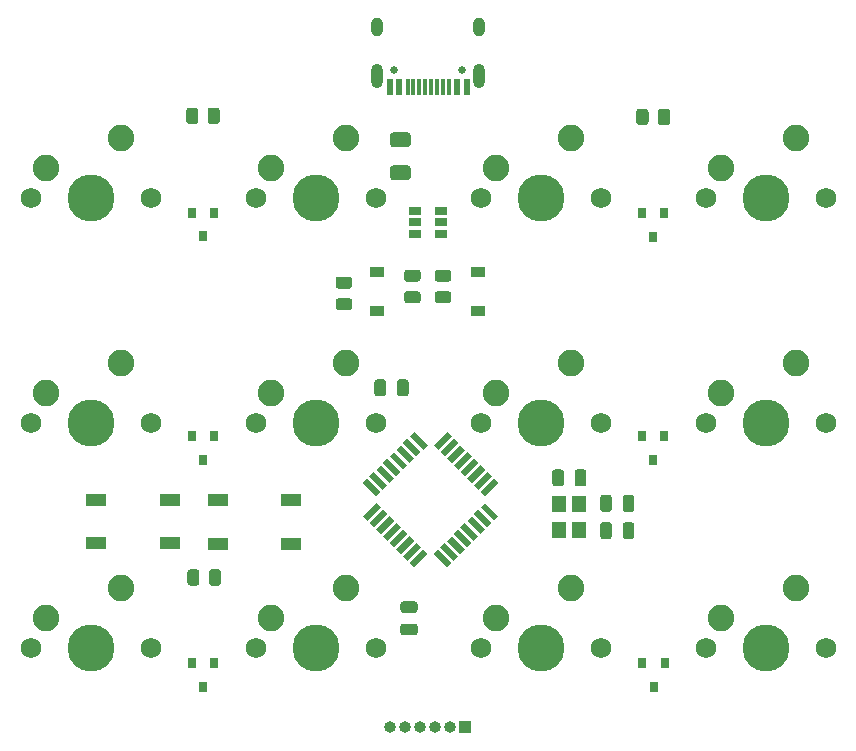
<source format=gbr>
%TF.GenerationSoftware,KiCad,Pcbnew,(5.1.9)-1*%
%TF.CreationDate,2021-01-04T19:24:50+01:00*%
%TF.ProjectId,pcb,7063622e-6b69-4636-9164-5f7063625858,rev?*%
%TF.SameCoordinates,Original*%
%TF.FileFunction,Soldermask,Bot*%
%TF.FilePolarity,Negative*%
%FSLAX46Y46*%
G04 Gerber Fmt 4.6, Leading zero omitted, Abs format (unit mm)*
G04 Created by KiCad (PCBNEW (5.1.9)-1) date 2021-01-04 19:24:50*
%MOMM*%
%LPD*%
G01*
G04 APERTURE LIST*
%ADD10C,2.250000*%
%ADD11C,3.987800*%
%ADD12C,1.750000*%
%ADD13R,0.800000X0.900000*%
%ADD14R,1.200000X1.400000*%
%ADD15R,0.600000X1.450000*%
%ADD16R,0.300000X1.450000*%
%ADD17O,1.000000X2.100000*%
%ADD18C,0.650000*%
%ADD19O,1.000000X1.600000*%
%ADD20R,1.060000X0.650000*%
%ADD21C,0.100000*%
%ADD22R,1.800000X1.100000*%
%ADD23O,1.000000X1.000000*%
%ADD24R,1.000000X1.000000*%
%ADD25R,1.200000X0.900000*%
G04 APERTURE END LIST*
D10*
%TO.C,MX6*%
X118389400Y-68529200D03*
D11*
X115849400Y-73609200D03*
D10*
X112039400Y-71069200D03*
D12*
X110769400Y-73609200D03*
X120929400Y-73609200D03*
%TD*%
D13*
%TO.C,D12*%
X144449800Y-95945200D03*
X145399800Y-93945200D03*
X143499800Y-93945200D03*
%TD*%
%TO.C,D10*%
X106324400Y-95919800D03*
X107274400Y-93919800D03*
X105374400Y-93919800D03*
%TD*%
%TO.C,D8*%
X144424400Y-76717400D03*
X145374400Y-74717400D03*
X143474400Y-74717400D03*
%TD*%
%TO.C,D6*%
X106299000Y-76717400D03*
X107249000Y-74717400D03*
X105349000Y-74717400D03*
%TD*%
%TO.C,D4*%
X144424400Y-57845200D03*
X145374400Y-55845200D03*
X143474400Y-55845200D03*
%TD*%
%TO.C,D2*%
X106324400Y-57794400D03*
X107274400Y-55794400D03*
X105374400Y-55794400D03*
%TD*%
D10*
%TO.C,MX12*%
X156489400Y-87579200D03*
D11*
X153949400Y-92659200D03*
D10*
X150139400Y-90119200D03*
D12*
X148869400Y-92659200D03*
X159029400Y-92659200D03*
%TD*%
D10*
%TO.C,MX11*%
X137439400Y-87579200D03*
D11*
X134899400Y-92659200D03*
D10*
X131089400Y-90119200D03*
D12*
X129819400Y-92659200D03*
X139979400Y-92659200D03*
%TD*%
D10*
%TO.C,MX10*%
X118389400Y-87579200D03*
D11*
X115849400Y-92659200D03*
D10*
X112039400Y-90119200D03*
D12*
X110769400Y-92659200D03*
X120929400Y-92659200D03*
%TD*%
D10*
%TO.C,MX9*%
X99339400Y-87579200D03*
D11*
X96799400Y-92659200D03*
D10*
X92989400Y-90119200D03*
D12*
X91719400Y-92659200D03*
X101879400Y-92659200D03*
%TD*%
D10*
%TO.C,MX5*%
X99339400Y-68529200D03*
D11*
X96799400Y-73609200D03*
D10*
X92989400Y-71069200D03*
D12*
X91719400Y-73609200D03*
X101879400Y-73609200D03*
%TD*%
D14*
%TO.C,XTAL1*%
X138162400Y-82634000D03*
X138162400Y-80434000D03*
X136462400Y-80434000D03*
X136462400Y-82634000D03*
%TD*%
D15*
%TO.C,USB1*%
X128624400Y-45167600D03*
X127824400Y-45167600D03*
X122924400Y-45167600D03*
X122124400Y-45167600D03*
X122124400Y-45167600D03*
X122924400Y-45167600D03*
X127824400Y-45167600D03*
X128624400Y-45167600D03*
D16*
X123624400Y-45167600D03*
X124124400Y-45167600D03*
X124624400Y-45167600D03*
X125624400Y-45167600D03*
X126124400Y-45167600D03*
X126624400Y-45167600D03*
X127124400Y-45167600D03*
X125124400Y-45167600D03*
D17*
X129694400Y-44252600D03*
X121054400Y-44252600D03*
D18*
X122484400Y-43722600D03*
D19*
X121054400Y-40072600D03*
D18*
X128264400Y-43722600D03*
D19*
X129694400Y-40072600D03*
%TD*%
D20*
%TO.C,U2*%
X124274400Y-56616600D03*
X124274400Y-55666600D03*
X124274400Y-57566600D03*
X126474400Y-57566600D03*
X126474400Y-56616600D03*
X126474400Y-55666600D03*
%TD*%
D21*
%TO.C,U1*%
G36*
X125312435Y-75472328D02*
G01*
X124923526Y-75861237D01*
X123792155Y-74729866D01*
X124181064Y-74340957D01*
X125312435Y-75472328D01*
G37*
G36*
X124746750Y-76038014D02*
G01*
X124357841Y-76426923D01*
X123226470Y-75295552D01*
X123615379Y-74906643D01*
X124746750Y-76038014D01*
G37*
G36*
X124181064Y-76603699D02*
G01*
X123792155Y-76992608D01*
X122660784Y-75861237D01*
X123049693Y-75472328D01*
X124181064Y-76603699D01*
G37*
G36*
X123615379Y-77169384D02*
G01*
X123226470Y-77558293D01*
X122095099Y-76426922D01*
X122484008Y-76038013D01*
X123615379Y-77169384D01*
G37*
G36*
X123049693Y-77735070D02*
G01*
X122660784Y-78123979D01*
X121529413Y-76992608D01*
X121918322Y-76603699D01*
X123049693Y-77735070D01*
G37*
G36*
X122484008Y-78300755D02*
G01*
X122095099Y-78689664D01*
X120963728Y-77558293D01*
X121352637Y-77169384D01*
X122484008Y-78300755D01*
G37*
G36*
X121918323Y-78866441D02*
G01*
X121529414Y-79255350D01*
X120398043Y-78123979D01*
X120786952Y-77735070D01*
X121918323Y-78866441D01*
G37*
G36*
X121352637Y-79432126D02*
G01*
X120963728Y-79821035D01*
X119832357Y-78689664D01*
X120221266Y-78300755D01*
X121352637Y-79432126D01*
G37*
G36*
X120963728Y-80351365D02*
G01*
X121352637Y-80740274D01*
X120221266Y-81871645D01*
X119832357Y-81482736D01*
X120963728Y-80351365D01*
G37*
G36*
X121529414Y-80917050D02*
G01*
X121918323Y-81305959D01*
X120786952Y-82437330D01*
X120398043Y-82048421D01*
X121529414Y-80917050D01*
G37*
G36*
X122095099Y-81482736D02*
G01*
X122484008Y-81871645D01*
X121352637Y-83003016D01*
X120963728Y-82614107D01*
X122095099Y-81482736D01*
G37*
G36*
X122660784Y-82048421D02*
G01*
X123049693Y-82437330D01*
X121918322Y-83568701D01*
X121529413Y-83179792D01*
X122660784Y-82048421D01*
G37*
G36*
X123226470Y-82614107D02*
G01*
X123615379Y-83003016D01*
X122484008Y-84134387D01*
X122095099Y-83745478D01*
X123226470Y-82614107D01*
G37*
G36*
X123792155Y-83179792D02*
G01*
X124181064Y-83568701D01*
X123049693Y-84700072D01*
X122660784Y-84311163D01*
X123792155Y-83179792D01*
G37*
G36*
X124357841Y-83745477D02*
G01*
X124746750Y-84134386D01*
X123615379Y-85265757D01*
X123226470Y-84876848D01*
X124357841Y-83745477D01*
G37*
G36*
X124923526Y-84311163D02*
G01*
X125312435Y-84700072D01*
X124181064Y-85831443D01*
X123792155Y-85442534D01*
X124923526Y-84311163D01*
G37*
G36*
X127363045Y-85442534D02*
G01*
X126974136Y-85831443D01*
X125842765Y-84700072D01*
X126231674Y-84311163D01*
X127363045Y-85442534D01*
G37*
G36*
X127928730Y-84876848D02*
G01*
X127539821Y-85265757D01*
X126408450Y-84134386D01*
X126797359Y-83745477D01*
X127928730Y-84876848D01*
G37*
G36*
X128494416Y-84311163D02*
G01*
X128105507Y-84700072D01*
X126974136Y-83568701D01*
X127363045Y-83179792D01*
X128494416Y-84311163D01*
G37*
G36*
X129060101Y-83745478D02*
G01*
X128671192Y-84134387D01*
X127539821Y-83003016D01*
X127928730Y-82614107D01*
X129060101Y-83745478D01*
G37*
G36*
X129625787Y-83179792D02*
G01*
X129236878Y-83568701D01*
X128105507Y-82437330D01*
X128494416Y-82048421D01*
X129625787Y-83179792D01*
G37*
G36*
X130191472Y-82614107D02*
G01*
X129802563Y-83003016D01*
X128671192Y-81871645D01*
X129060101Y-81482736D01*
X130191472Y-82614107D01*
G37*
G36*
X130757157Y-82048421D02*
G01*
X130368248Y-82437330D01*
X129236877Y-81305959D01*
X129625786Y-80917050D01*
X130757157Y-82048421D01*
G37*
G36*
X131322843Y-81482736D02*
G01*
X130933934Y-81871645D01*
X129802563Y-80740274D01*
X130191472Y-80351365D01*
X131322843Y-81482736D01*
G37*
G36*
X130933934Y-78300755D02*
G01*
X131322843Y-78689664D01*
X130191472Y-79821035D01*
X129802563Y-79432126D01*
X130933934Y-78300755D01*
G37*
G36*
X130368248Y-77735070D02*
G01*
X130757157Y-78123979D01*
X129625786Y-79255350D01*
X129236877Y-78866441D01*
X130368248Y-77735070D01*
G37*
G36*
X129802563Y-77169384D02*
G01*
X130191472Y-77558293D01*
X129060101Y-78689664D01*
X128671192Y-78300755D01*
X129802563Y-77169384D01*
G37*
G36*
X129236878Y-76603699D02*
G01*
X129625787Y-76992608D01*
X128494416Y-78123979D01*
X128105507Y-77735070D01*
X129236878Y-76603699D01*
G37*
G36*
X128671192Y-76038013D02*
G01*
X129060101Y-76426922D01*
X127928730Y-77558293D01*
X127539821Y-77169384D01*
X128671192Y-76038013D01*
G37*
G36*
X128105507Y-75472328D02*
G01*
X128494416Y-75861237D01*
X127363045Y-76992608D01*
X126974136Y-76603699D01*
X128105507Y-75472328D01*
G37*
G36*
X127539821Y-74906643D02*
G01*
X127928730Y-75295552D01*
X126797359Y-76426923D01*
X126408450Y-76038014D01*
X127539821Y-74906643D01*
G37*
G36*
X126974136Y-74340957D02*
G01*
X127363045Y-74729866D01*
X126231674Y-75861237D01*
X125842765Y-75472328D01*
X126974136Y-74340957D01*
G37*
%TD*%
D22*
%TO.C,RESET1*%
X107593200Y-80141200D03*
X113793200Y-83841200D03*
X107593200Y-83841200D03*
X113793200Y-80141200D03*
%TD*%
%TO.C,R9*%
G36*
G01*
X117786999Y-63036400D02*
X118687001Y-63036400D01*
G75*
G02*
X118937000Y-63286399I0J-249999D01*
G01*
X118937000Y-63811401D01*
G75*
G02*
X118687001Y-64061400I-249999J0D01*
G01*
X117786999Y-64061400D01*
G75*
G02*
X117537000Y-63811401I0J249999D01*
G01*
X117537000Y-63286399D01*
G75*
G02*
X117786999Y-63036400I249999J0D01*
G01*
G37*
G36*
G01*
X117786999Y-61211400D02*
X118687001Y-61211400D01*
G75*
G02*
X118937000Y-61461399I0J-249999D01*
G01*
X118937000Y-61986401D01*
G75*
G02*
X118687001Y-62236400I-249999J0D01*
G01*
X117786999Y-62236400D01*
G75*
G02*
X117537000Y-61986401I0J249999D01*
G01*
X117537000Y-61461399D01*
G75*
G02*
X117786999Y-61211400I249999J0D01*
G01*
G37*
%TD*%
%TO.C,R8*%
G36*
G01*
X127069001Y-61652200D02*
X126168999Y-61652200D01*
G75*
G02*
X125919000Y-61402201I0J249999D01*
G01*
X125919000Y-60877199D01*
G75*
G02*
X126168999Y-60627200I249999J0D01*
G01*
X127069001Y-60627200D01*
G75*
G02*
X127319000Y-60877199I0J-249999D01*
G01*
X127319000Y-61402201D01*
G75*
G02*
X127069001Y-61652200I-249999J0D01*
G01*
G37*
G36*
G01*
X127069001Y-63477200D02*
X126168999Y-63477200D01*
G75*
G02*
X125919000Y-63227201I0J249999D01*
G01*
X125919000Y-62702199D01*
G75*
G02*
X126168999Y-62452200I249999J0D01*
G01*
X127069001Y-62452200D01*
G75*
G02*
X127319000Y-62702199I0J-249999D01*
G01*
X127319000Y-63227201D01*
G75*
G02*
X127069001Y-63477200I-249999J0D01*
G01*
G37*
%TD*%
%TO.C,R7*%
G36*
G01*
X124478201Y-61652200D02*
X123578199Y-61652200D01*
G75*
G02*
X123328200Y-61402201I0J249999D01*
G01*
X123328200Y-60877199D01*
G75*
G02*
X123578199Y-60627200I249999J0D01*
G01*
X124478201Y-60627200D01*
G75*
G02*
X124728200Y-60877199I0J-249999D01*
G01*
X124728200Y-61402201D01*
G75*
G02*
X124478201Y-61652200I-249999J0D01*
G01*
G37*
G36*
G01*
X124478201Y-63477200D02*
X123578199Y-63477200D01*
G75*
G02*
X123328200Y-63227201I0J249999D01*
G01*
X123328200Y-62702199D01*
G75*
G02*
X123578199Y-62452200I249999J0D01*
G01*
X124478201Y-62452200D01*
G75*
G02*
X124728200Y-62702199I0J-249999D01*
G01*
X124728200Y-63227201D01*
G75*
G02*
X124478201Y-63477200I-249999J0D01*
G01*
G37*
%TD*%
%TO.C,R6*%
G36*
G01*
X144024400Y-47251199D02*
X144024400Y-48151201D01*
G75*
G02*
X143774401Y-48401200I-249999J0D01*
G01*
X143249399Y-48401200D01*
G75*
G02*
X142999400Y-48151201I0J249999D01*
G01*
X142999400Y-47251199D01*
G75*
G02*
X143249399Y-47001200I249999J0D01*
G01*
X143774401Y-47001200D01*
G75*
G02*
X144024400Y-47251199I0J-249999D01*
G01*
G37*
G36*
G01*
X145849400Y-47251199D02*
X145849400Y-48151201D01*
G75*
G02*
X145599401Y-48401200I-249999J0D01*
G01*
X145074399Y-48401200D01*
G75*
G02*
X144824400Y-48151201I0J249999D01*
G01*
X144824400Y-47251199D01*
G75*
G02*
X145074399Y-47001200I249999J0D01*
G01*
X145599401Y-47001200D01*
G75*
G02*
X145849400Y-47251199I0J-249999D01*
G01*
G37*
%TD*%
%TO.C,R5*%
G36*
G01*
X106700900Y-48049601D02*
X106700900Y-47149599D01*
G75*
G02*
X106950899Y-46899600I249999J0D01*
G01*
X107475901Y-46899600D01*
G75*
G02*
X107725900Y-47149599I0J-249999D01*
G01*
X107725900Y-48049601D01*
G75*
G02*
X107475901Y-48299600I-249999J0D01*
G01*
X106950899Y-48299600D01*
G75*
G02*
X106700900Y-48049601I0J249999D01*
G01*
G37*
G36*
G01*
X104875900Y-48049601D02*
X104875900Y-47149599D01*
G75*
G02*
X105125899Y-46899600I249999J0D01*
G01*
X105650901Y-46899600D01*
G75*
G02*
X105900900Y-47149599I0J-249999D01*
G01*
X105900900Y-48049601D01*
G75*
G02*
X105650901Y-48299600I-249999J0D01*
G01*
X105125899Y-48299600D01*
G75*
G02*
X104875900Y-48049601I0J249999D01*
G01*
G37*
%TD*%
%TO.C,R2*%
G36*
G01*
X106000600Y-86240199D02*
X106000600Y-87140201D01*
G75*
G02*
X105750601Y-87390200I-249999J0D01*
G01*
X105225599Y-87390200D01*
G75*
G02*
X104975600Y-87140201I0J249999D01*
G01*
X104975600Y-86240199D01*
G75*
G02*
X105225599Y-85990200I249999J0D01*
G01*
X105750601Y-85990200D01*
G75*
G02*
X106000600Y-86240199I0J-249999D01*
G01*
G37*
G36*
G01*
X107825600Y-86240199D02*
X107825600Y-87140201D01*
G75*
G02*
X107575601Y-87390200I-249999J0D01*
G01*
X107050599Y-87390200D01*
G75*
G02*
X106800600Y-87140201I0J249999D01*
G01*
X106800600Y-86240199D01*
G75*
G02*
X107050599Y-85990200I249999J0D01*
G01*
X107575601Y-85990200D01*
G75*
G02*
X107825600Y-86240199I0J-249999D01*
G01*
G37*
%TD*%
D10*
%TO.C,MX8*%
X156489400Y-68529200D03*
D11*
X153949400Y-73609200D03*
D10*
X150139400Y-71069200D03*
D12*
X148869400Y-73609200D03*
X159029400Y-73609200D03*
%TD*%
D10*
%TO.C,MX7*%
X137439400Y-68529200D03*
D11*
X134899400Y-73609200D03*
D10*
X131089400Y-71069200D03*
D12*
X129819400Y-73609200D03*
X139979400Y-73609200D03*
%TD*%
D10*
%TO.C,MX4*%
X156489400Y-49479200D03*
D11*
X153949400Y-54559200D03*
D10*
X150139400Y-52019200D03*
D12*
X148869400Y-54559200D03*
X159029400Y-54559200D03*
%TD*%
D10*
%TO.C,MX3*%
X137439400Y-49479200D03*
D11*
X134899400Y-54559200D03*
D10*
X131089400Y-52019200D03*
D12*
X129819400Y-54559200D03*
X139979400Y-54559200D03*
%TD*%
D10*
%TO.C,MX2*%
X118389400Y-49479200D03*
D11*
X115849400Y-54559200D03*
D10*
X112039400Y-52019200D03*
D12*
X110769400Y-54559200D03*
X120929400Y-54559200D03*
%TD*%
D10*
%TO.C,MX1*%
X99339400Y-49479200D03*
D11*
X96799400Y-54559200D03*
D10*
X92989400Y-52019200D03*
D12*
X91719400Y-54559200D03*
X101879400Y-54559200D03*
%TD*%
D23*
%TO.C,J1*%
X122174000Y-99364800D03*
X123444000Y-99364800D03*
X124714000Y-99364800D03*
X125984000Y-99364800D03*
X127254000Y-99364800D03*
D24*
X128524000Y-99364800D03*
%TD*%
%TO.C,F1*%
G36*
G01*
X123637200Y-50253600D02*
X122387200Y-50253600D01*
G75*
G02*
X122137200Y-50003600I0J250000D01*
G01*
X122137200Y-49253600D01*
G75*
G02*
X122387200Y-49003600I250000J0D01*
G01*
X123637200Y-49003600D01*
G75*
G02*
X123887200Y-49253600I0J-250000D01*
G01*
X123887200Y-50003600D01*
G75*
G02*
X123637200Y-50253600I-250000J0D01*
G01*
G37*
G36*
G01*
X123637200Y-53053600D02*
X122387200Y-53053600D01*
G75*
G02*
X122137200Y-52803600I0J250000D01*
G01*
X122137200Y-52053600D01*
G75*
G02*
X122387200Y-51803600I250000J0D01*
G01*
X123637200Y-51803600D01*
G75*
G02*
X123887200Y-52053600I0J-250000D01*
G01*
X123887200Y-52803600D01*
G75*
G02*
X123637200Y-53053600I-250000J0D01*
G01*
G37*
%TD*%
D25*
%TO.C,D82*%
X129590800Y-64159400D03*
X129590800Y-60859400D03*
%TD*%
%TO.C,D81*%
X121005600Y-64159400D03*
X121005600Y-60859400D03*
%TD*%
%TO.C,C8*%
G36*
G01*
X141826400Y-80891400D02*
X141826400Y-79941400D01*
G75*
G02*
X142076400Y-79691400I250000J0D01*
G01*
X142576400Y-79691400D01*
G75*
G02*
X142826400Y-79941400I0J-250000D01*
G01*
X142826400Y-80891400D01*
G75*
G02*
X142576400Y-81141400I-250000J0D01*
G01*
X142076400Y-81141400D01*
G75*
G02*
X141826400Y-80891400I0J250000D01*
G01*
G37*
G36*
G01*
X139926400Y-80891400D02*
X139926400Y-79941400D01*
G75*
G02*
X140176400Y-79691400I250000J0D01*
G01*
X140676400Y-79691400D01*
G75*
G02*
X140926400Y-79941400I0J-250000D01*
G01*
X140926400Y-80891400D01*
G75*
G02*
X140676400Y-81141400I-250000J0D01*
G01*
X140176400Y-81141400D01*
G75*
G02*
X139926400Y-80891400I0J250000D01*
G01*
G37*
%TD*%
%TO.C,C7*%
G36*
G01*
X141826400Y-83202800D02*
X141826400Y-82252800D01*
G75*
G02*
X142076400Y-82002800I250000J0D01*
G01*
X142576400Y-82002800D01*
G75*
G02*
X142826400Y-82252800I0J-250000D01*
G01*
X142826400Y-83202800D01*
G75*
G02*
X142576400Y-83452800I-250000J0D01*
G01*
X142076400Y-83452800D01*
G75*
G02*
X141826400Y-83202800I0J250000D01*
G01*
G37*
G36*
G01*
X139926400Y-83202800D02*
X139926400Y-82252800D01*
G75*
G02*
X140176400Y-82002800I250000J0D01*
G01*
X140676400Y-82002800D01*
G75*
G02*
X140926400Y-82252800I0J-250000D01*
G01*
X140926400Y-83202800D01*
G75*
G02*
X140676400Y-83452800I-250000J0D01*
G01*
X140176400Y-83452800D01*
G75*
G02*
X139926400Y-83202800I0J250000D01*
G01*
G37*
%TD*%
%TO.C,C3*%
G36*
G01*
X123273800Y-90594600D02*
X124223800Y-90594600D01*
G75*
G02*
X124473800Y-90844600I0J-250000D01*
G01*
X124473800Y-91344600D01*
G75*
G02*
X124223800Y-91594600I-250000J0D01*
G01*
X123273800Y-91594600D01*
G75*
G02*
X123023800Y-91344600I0J250000D01*
G01*
X123023800Y-90844600D01*
G75*
G02*
X123273800Y-90594600I250000J0D01*
G01*
G37*
G36*
G01*
X123273800Y-88694600D02*
X124223800Y-88694600D01*
G75*
G02*
X124473800Y-88944600I0J-250000D01*
G01*
X124473800Y-89444600D01*
G75*
G02*
X124223800Y-89694600I-250000J0D01*
G01*
X123273800Y-89694600D01*
G75*
G02*
X123023800Y-89444600I0J250000D01*
G01*
X123023800Y-88944600D01*
G75*
G02*
X123273800Y-88694600I250000J0D01*
G01*
G37*
%TD*%
%TO.C,C2*%
G36*
G01*
X137762400Y-78732400D02*
X137762400Y-77782400D01*
G75*
G02*
X138012400Y-77532400I250000J0D01*
G01*
X138512400Y-77532400D01*
G75*
G02*
X138762400Y-77782400I0J-250000D01*
G01*
X138762400Y-78732400D01*
G75*
G02*
X138512400Y-78982400I-250000J0D01*
G01*
X138012400Y-78982400D01*
G75*
G02*
X137762400Y-78732400I0J250000D01*
G01*
G37*
G36*
G01*
X135862400Y-78732400D02*
X135862400Y-77782400D01*
G75*
G02*
X136112400Y-77532400I250000J0D01*
G01*
X136612400Y-77532400D01*
G75*
G02*
X136862400Y-77782400I0J-250000D01*
G01*
X136862400Y-78732400D01*
G75*
G02*
X136612400Y-78982400I-250000J0D01*
G01*
X136112400Y-78982400D01*
G75*
G02*
X135862400Y-78732400I0J250000D01*
G01*
G37*
%TD*%
%TO.C,C1*%
G36*
G01*
X121815400Y-70162400D02*
X121815400Y-71112400D01*
G75*
G02*
X121565400Y-71362400I-250000J0D01*
G01*
X121065400Y-71362400D01*
G75*
G02*
X120815400Y-71112400I0J250000D01*
G01*
X120815400Y-70162400D01*
G75*
G02*
X121065400Y-69912400I250000J0D01*
G01*
X121565400Y-69912400D01*
G75*
G02*
X121815400Y-70162400I0J-250000D01*
G01*
G37*
G36*
G01*
X123715400Y-70162400D02*
X123715400Y-71112400D01*
G75*
G02*
X123465400Y-71362400I-250000J0D01*
G01*
X122965400Y-71362400D01*
G75*
G02*
X122715400Y-71112400I0J250000D01*
G01*
X122715400Y-70162400D01*
G75*
G02*
X122965400Y-69912400I250000J0D01*
G01*
X123465400Y-69912400D01*
G75*
G02*
X123715400Y-70162400I0J-250000D01*
G01*
G37*
%TD*%
D22*
%TO.C,BOOT1*%
X97280800Y-80090400D03*
X103480800Y-83790400D03*
X97280800Y-83790400D03*
X103480800Y-80090400D03*
%TD*%
M02*

</source>
